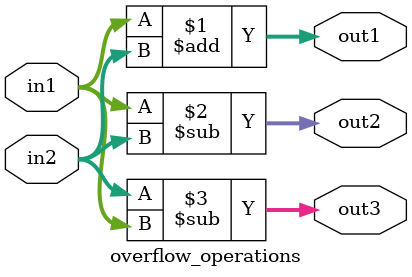
<source format=v>
`timescale 1ns / 1ps

module overflow_operations(in1,in2,out1,out2,out3);
    input [15:0] in1,in2;
    output [15:0] out1,out2,out3;
    assign out1=in1+in2;
    assign out2=in1-in2;
    assign out3=in2-in1;
endmodule

</source>
